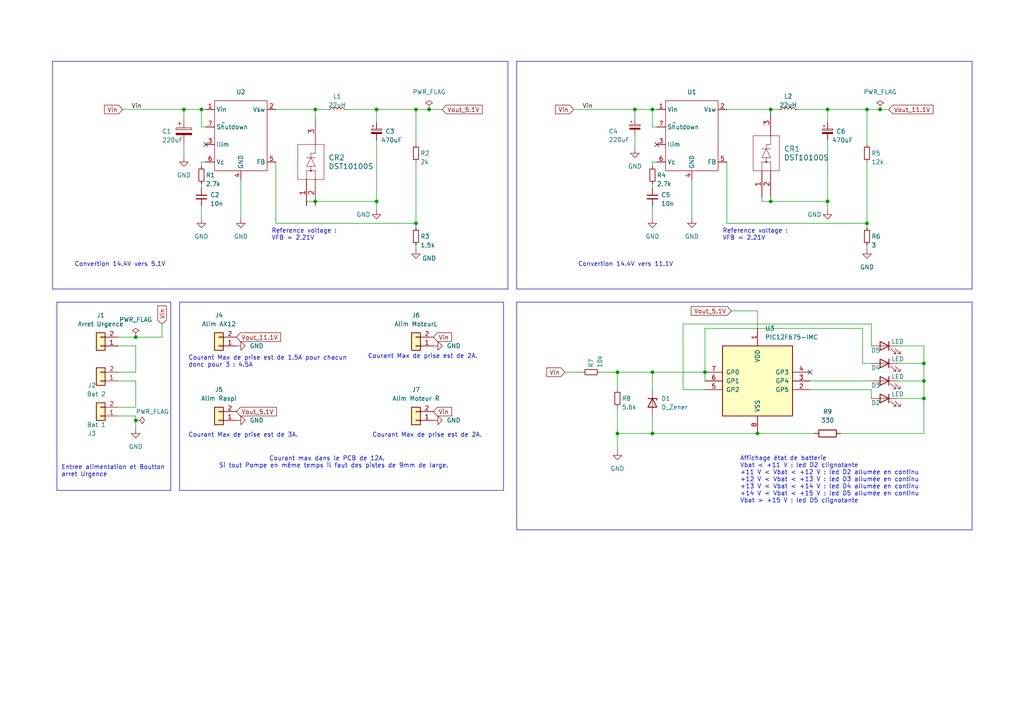
<source format=kicad_sch>
(kicad_sch (version 20230121) (generator eeschema)
  (paper "A4")
  (lib_symbols
    (symbol "Connector_Generic:Conn_01x02" (pin_names (offset 1.016) hide)
      (property "Reference" "J" (at 0 2.54 0))
      (property "Value" "Conn_01x02" (at 0 -5.08 0))
      (symbol "Conn_01x02_1_1"
        (rectangle (start -1.27 -2.413) (end 0 -2.667) (stroke (width 0.1524)))
        (rectangle (start -1.27 0.127) (end 0 -0.127) (stroke (width 0.1524)))
        (rectangle (start -1.27 1.27) (end 1.27 -3.81) (stroke (width 0.254)) (fill (type background)))
        (pin passive line (at -5.08 0 0) (length 3.81) (name "Pin_1") (number "1"))
        (pin passive line (at -5.08 -2.54 0) (length 3.81) (name "Pin_2") (number "2"))
      )
    )
    (symbol "Device:C_Polarized" (pin_numbers hide) (pin_names (offset 0.254))
      (property "Reference" "C" (at 0.635 2.54 0))
      (property "Value" "C_Polarized" (at 0.635 -2.54 0))
      (symbol "C_Polarized_0_1"
        (rectangle (start -2.286 0.508) (end 2.286 1.016))
        (polyline (pts (xy -1.778 2.286) (xy -0.762 2.286)))
        (polyline (pts (xy -1.27 2.794) (xy -1.27 1.778)))
        (rectangle (start 2.286 -0.508) (end -2.286 -1.016) (fill (type outline)))
      )
      (symbol "C_Polarized_1_1"
        (pin passive line (at 0 3.81 270) (length 2.794) (name "~") (number "1"))
        (pin passive line (at 0 -3.81 90) (length 2.794) (name "~") (number "2"))
      )
    )
    (symbol "Device:C_Polarized_Small" (pin_numbers hide) (pin_names (offset 0.254) hide)
      (property "Reference" "C" (at 0.254 1.778 0))
      (property "Value" "C_Polarized_Small" (at 0.254 -2.032 0))
      (symbol "C_Polarized_Small_0_1"
        (rectangle (start -1.524 -0.3048) (end 1.524 -0.6858) (fill (type outline)))
        (rectangle (start -1.524 0.6858) (end 1.524 0.3048))
        (polyline (pts (xy -1.27 1.524) (xy -0.762 1.524)))
        (polyline (pts (xy -1.016 1.27) (xy -1.016 1.778)))
      )
      (symbol "C_Polarized_Small_1_1"
        (pin passive line (at 0 2.54 270) (length 1.8542) (name "~") (number "1"))
        (pin passive line (at 0 -2.54 90) (length 1.8542) (name "~") (number "2"))
      )
    )
    (symbol "Device:C_Small" (pin_numbers hide) (pin_names (offset 0.254) hide)
      (property "Reference" "C" (at 0.254 1.778 0))
      (property "Value" "C_Small" (at 0.254 -2.032 0))
      (symbol "C_Small_0_1"
        (polyline (pts (xy -1.524 -0.508) (xy 1.524 -0.508)) (stroke (width 0.3302)))
        (polyline (pts (xy -1.524 0.508) (xy 1.524 0.508)) (stroke (width 0.3048)))
      )
      (symbol "C_Small_1_1"
        (pin passive line (at 0 2.54 270) (length 2.032) (name "~") (number "1"))
        (pin passive line (at 0 -2.54 90) (length 2.032) (name "~") (number "2"))
      )
    )
    (symbol "Device:D_Zener" (pin_numbers hide) (pin_names (offset 1.016) hide)
      (property "Reference" "D" (at 0 2.54 0))
      (property "Value" "D_Zener" (at 0 -2.54 0))
      (symbol "D_Zener_0_1"
        (polyline (pts (xy 1.27 0) (xy -1.27 0)))
        (polyline (pts (xy -1.27 -1.27) (xy -1.27 1.27) (xy -0.762 1.27)) (stroke (width 0.254)))
        (polyline (pts (xy 1.27 -1.27) (xy 1.27 1.27) (xy -1.27 0) (xy 1.27 -1.27)) (stroke (width 0.254)))
      )
      (symbol "D_Zener_1_1"
        (pin passive line (at -3.81 0 0) (length 2.54) (name "K") (number "1"))
        (pin passive line (at 3.81 0 180) (length 2.54) (name "A") (number "2"))
      )
    )
    (symbol "Device:LED" (pin_numbers hide) (pin_names (offset 1.016) hide)
      (property "Reference" "D" (at 0 2.54 0))
      (property "Value" "LED" (at 0 -2.54 0))
      (symbol "LED_0_1"
        (polyline (pts (xy -1.27 -1.27) (xy -1.27 1.27)) (stroke (width 0.254)))
        (polyline (pts (xy -1.27 0) (xy 1.27 0)))
        (polyline (pts (xy 1.27 -1.27) (xy 1.27 1.27) (xy -1.27 0) (xy 1.27 -1.27)) (stroke (width 0.254)))
        (polyline (pts (xy -3.048 -0.762) (xy -4.572 -2.286) (xy -3.81 -2.286) (xy -4.572 -2.286) (xy -4.572 -1.524)))
        (polyline (pts (xy -1.778 -0.762) (xy -3.302 -2.286) (xy -2.54 -2.286) (xy -3.302 -2.286) (xy -3.302 -1.524)))
      )
      (symbol "LED_1_1"
        (pin passive line (at -3.81 0 0) (length 2.54) (name "K") (number "1"))
        (pin passive line (at 3.81 0 180) (length 2.54) (name "A") (number "2"))
      )
    )
    (symbol "Device:L_Small" (pin_numbers hide) (pin_names (offset 0.254) hide)
      (property "Reference" "L" (at 0.762 1.016 0))
      (property "Value" "L_Small" (at 0.762 -1.016 0))
      (symbol "L_Small_0_1"
        (arc (start 0 -2.032) (mid 0.5058 -1.524) (end 0 -1.016))
        (arc (start 0 -1.016) (mid 0.5058 -0.508) (end 0 0))
        (arc (start 0 0) (mid 0.5058 0.508) (end 0 1.016))
        (arc (start 0 1.016) (mid 0.5058 1.524) (end 0 2.032))
      )
      (symbol "L_Small_1_1"
        (pin passive line (at 0 2.54 270) (length 0.508) (name "~") (number "1"))
        (pin passive line (at 0 -2.54 90) (length 0.508) (name "~") (number "2"))
      )
    )
    (symbol "Device:R" (pin_numbers hide) (pin_names (offset 0))
      (property "Reference" "R" (at 2.032 0 90))
      (property "Value" "R" (at 0 0 90))
      (symbol "R_0_1"
        (rectangle (start -1.016 -2.54) (end 1.016 2.54) (stroke (width 0.254)))
      )
      (symbol "R_1_1"
        (pin passive line (at 0 3.81 270) (length 1.27) (name "~") (number "1"))
        (pin passive line (at 0 -3.81 90) (length 1.27) (name "~") (number "2"))
      )
    )
    (symbol "Device:R_Small" (pin_numbers hide) (pin_names (offset 0.254) hide)
      (property "Reference" "R" (at 0.762 0.508 0))
      (property "Value" "R_Small" (at 0.762 -1.016 0))
      (symbol "R_Small_0_1"
        (rectangle (start -0.762 1.778) (end 0.762 -1.778) (stroke (width 0.2032)))
      )
      (symbol "R_Small_1_1"
        (pin passive line (at 0 2.54 270) (length 0.762) (name "~") (number "1"))
        (pin passive line (at 0 -2.54 90) (length 0.762) (name "~") (number "2"))
      )
    )
    (symbol "LT1076_1"
      (property "Reference" "U" (at -6.35 10.16 0))
      (symbol "LT1076_1_0_1"
        (rectangle (start -7.62 8.89) (end 7.62 -11.43))
      )
      (symbol "LT1076_1_1_1"
        (pin power_in line (at -10.16 6.35 0) (length 2.54) (name "Vin") (number "1"))
        (pin output line (at 10.16 6.35 180) (length 2.54) (name "Vsw") (number "2"))
        (pin input line (at -10.16 -3.81 0) (length 2.54) (name "Ilim") (number "3"))
        (pin power_in line (at 0 -13.97 90) (length 2.54) (name "GND") (number "4"))
        (pin input line (at 10.16 -8.89 180) (length 2.54) (name "FB") (number "5"))
        (pin input line (at -10.16 -8.89 0) (length 2.54) (name "Vc") (number "6"))
        (pin input line (at -10.16 1.27 0) (length 2.54) (name "Shutdown") (number "7"))
      )
    )
    (symbol "MCU_Microchip_PIC12:PIC12F675-IMC" (pin_names (offset 1.016))
      (property "Reference" "U" (at 1.27 13.97 0))
      (property "Value" "PIC12F675-IMC" (at 1.27 11.43 0))
      (symbol "PIC12F675-IMC_0_1"
        (rectangle (start 10.16 -10.16) (end -10.16 10.16) (stroke (width 0.254)) (fill (type background)))
      )
      (symbol "PIC12F675-IMC_1_1"
        (pin power_in line (at 0 15.24 270) (length 5.08) (name "VDD") (number "1"))
        (pin bidirectional line (at 15.24 -2.54 180) (length 5.08) (name "GP5") (number "2"))
        (pin bidirectional line (at 15.24 0 180) (length 5.08) (name "GP4") (number "3"))
        (pin input line (at 15.24 2.54 180) (length 5.08) (name "GP3") (number "4"))
        (pin bidirectional line (at -15.24 -2.54 0) (length 5.08) (name "GP2") (number "5"))
        (pin bidirectional line (at -15.24 0 0) (length 5.08) (name "GP1") (number "6"))
        (pin bidirectional line (at -15.24 2.54 0) (length 5.08) (name "GP0") (number "7"))
        (pin power_in line (at 0 -15.24 90) (length 5.08) (name "VSS") (number "8"))
      )
    )
    (symbol "custom:DST10100S" (pin_names (offset 0.254) hide)
      (property "Reference" "CR" (at 12.7 7.62 0))
      (property "Value" "DST10100S" (at 12.7 5.08 0))
      (symbol "DST10100S_1_1"
        (polyline (pts (xy 7.62 -5.08) (xy 17.78 -5.08)) (stroke (width 0.127)))
        (polyline (pts (xy 7.62 0) (xy 10.16 0)) (stroke (width 0.127)))
        (polyline (pts (xy 7.62 2.54) (xy 7.62 -5.08)) (stroke (width 0.127)))
        (polyline (pts (xy 10.16 -2.54) (xy 7.62 -2.54)) (stroke (width 0.127)))
        (polyline (pts (xy 10.16 -1.27) (xy 11.43 -1.27)) (stroke (width 0.127)))
        (polyline (pts (xy 10.16 0) (xy 10.16 -2.54)) (stroke (width 0.127)))
        (polyline (pts (xy 11.43 -2.54) (xy 13.97 -1.27)) (stroke (width 0.127)))
        (polyline (pts (xy 11.43 0) (xy 11.43 -2.54)) (stroke (width 0.127)))
        (polyline (pts (xy 13.97 -1.27) (xy 11.43 0)) (stroke (width 0.127)))
        (polyline (pts (xy 13.97 -1.27) (xy 15.24 -1.27)) (stroke (width 0.127)))
        (polyline (pts (xy 13.97 0) (xy 13.97 -2.54)) (stroke (width 0.127)))
        (polyline (pts (xy 15.24 -2.54) (xy 17.78 -2.54)) (stroke (width 0.127)))
        (polyline (pts (xy 15.24 -1.27) (xy 15.24 -2.54)) (stroke (width 0.127)))
        (polyline (pts (xy 17.78 -5.08) (xy 17.78 2.54)) (stroke (width 0.127)))
        (polyline (pts (xy 17.78 2.54) (xy 7.62 2.54)) (stroke (width 0.127)))
        (arc (start 10.16 -1.397) (mid 10.16 -1.397) (end 10.16 -1.397) (stroke (width 0.254)))
        (circle (center 10.16 -1.27) (radius 0.127) (stroke (width 0.254)))
        (pin unspecified line (at 0 0 0) (length 7.62) (name "1") (number "1"))
        (pin unspecified line (at 0 -2.54 0) (length 7.62) (name "2") (number "2"))
        (pin unspecified line (at 25.4 -2.54 180) (length 7.62) (name "3") (number "3"))
      )
    )
    (symbol "power:GND" (power) (pin_names (offset 0))
      (property "Value" "GND" (at 0 -3.81 0))
      (symbol "GND_0_1"
        (polyline (pts (xy 0 0) (xy 0 -1.27) (xy 1.27 -1.27) (xy 0 -2.54) (xy -1.27 -1.27) (xy 0 -1.27)))
      )
      (symbol "GND_1_1"
        (pin power_in line (at 0 0 270) (length 0) hide (name "GND") (number "1"))
      )
    )
    (symbol "power:PWR_FLAG" (power) (pin_numbers hide) (pin_names (offset 0) hide)
      (property "Value" "PWR_FLAG" (at 0 3.81 0))
      (symbol "PWR_FLAG_0_0"
        (pin power_out line (at 0 0 90) (length 0) (name "pwr") (number "1"))
      )
      (symbol "PWR_FLAG_0_1"
        (polyline (pts (xy 0 0) (xy 0 1.27) (xy -1.016 1.905) (xy 0 2.54) (xy 1.016 1.905) (xy 0 1.27)))
      )
    )
  )
  (junction (at 240.03 31.75))
  (junction (at 267.97 105.41))
  (junction (at 53.34 31.75))
  (junction (at 223.52 31.75))
  (junction (at 189.23 125.73))
  (junction (at 189.23 31.75))
  (junction (at 240.03 58.42))
  (junction (at 223.52 58.42))
  (junction (at 189.23 107.95))
  (junction (at 204.47 107.95))
  (junction (at 255.27 31.75))
  (junction (at 120.65 31.75))
  (junction (at 267.97 115.57))
  (junction (at 58.42 31.75))
  (junction (at 219.71 125.73))
  (junction (at 109.22 31.75))
  (junction (at 179.07 125.73))
  (junction (at 251.46 31.75))
  (junction (at 109.22 58.42))
  (junction (at 39.37 97.79))
  (junction (at 267.97 110.49))
  (junction (at 91.44 31.75))
  (junction (at 39.37 121.92))
  (junction (at 184.15 31.75))
  (junction (at 91.44 58.42))
  (junction (at 251.46 64.77))
  (junction (at 124.46 31.75))
  (junction (at 179.07 107.95))
  (junction (at 120.65 64.77))
  (no_connect (at 190.5 41.91))
  (no_connect (at 234.95 107.95))
  (no_connect (at 59.69 41.91))
  (wire (pts (xy 250.19 105.41) (xy 252.73 105.41)))
  (wire (pts (xy 120.65 64.77) (xy 120.65 66.04)))
  (wire (pts (xy 251.46 31.75) (xy 251.46 41.91)))
  (wire (pts (xy 91.44 34.29) (xy 91.44 31.75)))
  (polyline (pts (xy 149.86 17.78) (xy 149.86 83.82)))
  (wire (pts (xy 39.37 118.11) (xy 34.29 118.11)))
  (wire (pts (xy 189.23 113.03) (xy 189.23 107.95)))
  (wire (pts (xy 53.34 31.75) (xy 53.34 34.29)))
  (wire (pts (xy 267.97 115.57) (xy 267.97 110.49)))
  (wire (pts (xy 220.98 57.15) (xy 220.98 58.42)))
  (wire (pts (xy 252.73 93.98) (xy 252.73 100.33)))
  (wire (pts (xy 251.46 71.12) (xy 251.46 72.39)))
  (wire (pts (xy 189.23 120.65) (xy 189.23 125.73)))
  (wire (pts (xy 58.42 31.75) (xy 59.69 31.75)))
  (wire (pts (xy 91.44 58.42) (xy 91.44 59.69)))
  (wire (pts (xy 231.14 31.75) (xy 240.03 31.75)))
  (polyline (pts (xy 281.94 83.82) (xy 149.86 83.82)))
  (wire (pts (xy 252.73 113.03) (xy 252.73 115.57)))
  (wire (pts (xy 58.42 53.34) (xy 58.42 54.61)))
  (wire (pts (xy 223.52 31.75) (xy 226.06 31.75)))
  (wire (pts (xy 234.95 110.49) (xy 252.73 110.49)))
  (polyline (pts (xy 15.24 17.78) (xy 15.24 83.82)))
  (wire (pts (xy 189.23 107.95) (xy 179.07 107.95)))
  (wire (pts (xy 223.52 58.42) (xy 223.52 57.15)))
  (wire (pts (xy 34.29 110.49) (xy 39.37 110.49)))
  (wire (pts (xy 109.22 35.56) (xy 109.22 31.75)))
  (wire (pts (xy 189.23 125.73) (xy 219.71 125.73)))
  (wire (pts (xy 223.52 58.42) (xy 240.03 58.42)))
  (wire (pts (xy 220.98 58.42) (xy 223.52 58.42)))
  (wire (pts (xy 189.23 36.83) (xy 190.5 36.83)))
  (wire (pts (xy 39.37 107.95) (xy 34.29 107.95)))
  (wire (pts (xy 88.9 58.42) (xy 91.44 58.42)))
  (wire (pts (xy 58.42 46.99) (xy 59.69 46.99)))
  (wire (pts (xy 58.42 31.75) (xy 58.42 36.83)))
  (wire (pts (xy 240.03 58.42) (xy 240.03 60.96)))
  (wire (pts (xy 240.03 40.64) (xy 240.03 58.42)))
  (wire (pts (xy 120.65 31.75) (xy 120.65 41.91)))
  (wire (pts (xy 184.15 39.37) (xy 184.15 43.18)))
  (wire (pts (xy 189.23 59.69) (xy 189.23 63.5)))
  (wire (pts (xy 198.12 93.98) (xy 252.73 93.98)))
  (polyline (pts (xy 15.24 17.78) (xy 147.32 17.78)))
  (wire (pts (xy 234.95 113.03) (xy 252.73 113.03)))
  (wire (pts (xy 80.01 64.77) (xy 120.65 64.77)))
  (polyline (pts (xy 49.53 142.24) (xy 49.53 87.63)))
  (wire (pts (xy 219.71 125.73) (xy 236.22 125.73)))
  (wire (pts (xy 189.23 48.26) (xy 189.23 46.99)))
  (polyline (pts (xy 147.32 83.82) (xy 15.24 83.82)))
  (wire (pts (xy 267.97 125.73) (xy 267.97 115.57)))
  (wire (pts (xy 179.07 107.95) (xy 179.07 113.03)))
  (wire (pts (xy 39.37 100.33) (xy 39.37 107.95)))
  (wire (pts (xy 212.09 90.17) (xy 219.71 90.17)))
  (wire (pts (xy 53.34 31.75) (xy 58.42 31.75)))
  (wire (pts (xy 53.34 41.91) (xy 53.34 45.72)))
  (wire (pts (xy 251.46 31.75) (xy 255.27 31.75)))
  (wire (pts (xy 109.22 31.75) (xy 120.65 31.75)))
  (polyline (pts (xy 16.51 142.24) (xy 49.53 142.24)))
  (wire (pts (xy 255.27 31.75) (xy 257.81 31.75)))
  (wire (pts (xy 267.97 105.41) (xy 260.35 105.41)))
  (wire (pts (xy 35.56 31.75) (xy 53.34 31.75)))
  (polyline (pts (xy 281.94 87.63) (xy 281.94 153.67)))
  (wire (pts (xy 200.66 52.07) (xy 200.66 63.5)))
  (polyline (pts (xy 149.86 87.63) (xy 281.94 87.63)))
  (wire (pts (xy 184.15 31.75) (xy 184.15 34.29)))
  (wire (pts (xy 251.46 46.99) (xy 251.46 64.77)))
  (wire (pts (xy 189.23 31.75) (xy 190.5 31.75)))
  (wire (pts (xy 240.03 31.75) (xy 251.46 31.75)))
  (wire (pts (xy 240.03 35.56) (xy 240.03 31.75)))
  (wire (pts (xy 204.47 110.49) (xy 204.47 107.95)))
  (wire (pts (xy 109.22 40.64) (xy 109.22 58.42)))
  (wire (pts (xy 198.12 113.03) (xy 198.12 93.98)))
  (wire (pts (xy 251.46 64.77) (xy 251.46 66.04)))
  (wire (pts (xy 69.85 52.07) (xy 69.85 63.5)))
  (wire (pts (xy 34.29 120.65) (xy 39.37 120.65)))
  (polyline (pts (xy 149.86 17.78) (xy 281.94 17.78)))
  (wire (pts (xy 260.35 100.33) (xy 267.97 100.33)))
  (wire (pts (xy 210.82 31.75) (xy 223.52 31.75)))
  (wire (pts (xy 34.29 97.79) (xy 39.37 97.79)))
  (wire (pts (xy 120.65 46.99) (xy 120.65 64.77)))
  (wire (pts (xy 204.47 107.95) (xy 204.47 95.25)))
  (wire (pts (xy 46.99 93.98) (xy 46.99 97.79)))
  (wire (pts (xy 100.33 31.75) (xy 109.22 31.75)))
  (wire (pts (xy 88.9 59.69) (xy 88.9 58.42)))
  (wire (pts (xy 120.65 71.12) (xy 120.65 72.39)))
  (wire (pts (xy 80.01 46.99) (xy 80.01 64.77)))
  (wire (pts (xy 204.47 107.95) (xy 189.23 107.95)))
  (wire (pts (xy 250.19 95.25) (xy 250.19 105.41)))
  (wire (pts (xy 173.99 107.95) (xy 179.07 107.95)))
  (wire (pts (xy 91.44 31.75) (xy 95.25 31.75)))
  (wire (pts (xy 204.47 113.03) (xy 198.12 113.03)))
  (polyline (pts (xy 16.51 87.63) (xy 16.51 142.24)))
  (wire (pts (xy 204.47 95.25) (xy 250.19 95.25)))
  (wire (pts (xy 166.37 31.75) (xy 184.15 31.75)))
  (polyline (pts (xy 16.51 87.63) (xy 49.53 87.63)))
  (wire (pts (xy 219.71 90.17) (xy 219.71 95.25)))
  (polyline (pts (xy 149.86 87.63) (xy 149.86 153.67)))
  (wire (pts (xy 260.35 115.57) (xy 267.97 115.57)))
  (wire (pts (xy 260.35 110.49) (xy 267.97 110.49)))
  (wire (pts (xy 163.83 107.95) (xy 168.91 107.95)))
  (wire (pts (xy 58.42 36.83) (xy 59.69 36.83)))
  (wire (pts (xy 267.97 110.49) (xy 267.97 105.41)))
  (polyline (pts (xy 281.94 17.78) (xy 281.94 83.82)))
  (wire (pts (xy 34.29 100.33) (xy 39.37 100.33)))
  (wire (pts (xy 80.01 31.75) (xy 91.44 31.75)))
  (wire (pts (xy 39.37 121.92) (xy 39.37 124.46)))
  (wire (pts (xy 46.99 97.79) (xy 39.37 97.79)))
  (wire (pts (xy 189.23 46.99) (xy 190.5 46.99)))
  (wire (pts (xy 91.44 58.42) (xy 109.22 58.42)))
  (polyline (pts (xy 281.94 153.67) (xy 149.86 153.67)))
  (wire (pts (xy 58.42 48.26) (xy 58.42 46.99)))
  (wire (pts (xy 179.07 125.73) (xy 179.07 130.81)))
  (wire (pts (xy 184.15 31.75) (xy 189.23 31.75)))
  (polyline (pts (xy 147.32 17.78) (xy 147.32 83.82)))
  (wire (pts (xy 189.23 53.34) (xy 189.23 54.61)))
  (wire (pts (xy 243.84 125.73) (xy 267.97 125.73)))
  (wire (pts (xy 179.07 118.11) (xy 179.07 125.73)))
  (wire (pts (xy 109.22 58.42) (xy 109.22 60.96)))
  (wire (pts (xy 124.46 31.75) (xy 128.27 31.75)))
  (wire (pts (xy 189.23 31.75) (xy 189.23 36.83)))
  (wire (pts (xy 39.37 110.49) (xy 39.37 118.11)))
  (wire (pts (xy 189.23 125.73) (xy 179.07 125.73)))
  (wire (pts (xy 39.37 120.65) (xy 39.37 121.92)))
  (wire (pts (xy 120.65 31.75) (xy 124.46 31.75)))
  (wire (pts (xy 210.82 64.77) (xy 251.46 64.77)))
  (wire (pts (xy 58.42 59.69) (xy 58.42 63.5)))
  (wire (pts (xy 267.97 100.33) (xy 267.97 105.41)))
  (wire (pts (xy 210.82 46.99) (xy 210.82 64.77)))
  (rectangle (start 52.07 87.63) (end 146.05 142.24))
  (text "Courant Max de prise est de 1.5A pour chacun \ndonc pour 3 : 4.5A " (at 54.61 106.68 0) (effects (font (size 1.27 1.27)) (justify left bottom)))
  (text "Courant Max de prise est de 3A. " (at 54.61 127 0) (effects (font (size 1.27 1.27)) (justify left bottom)))
  (text "Courant Max de prise est de 2A. " (at 106.68 104.14 0) (effects (font (size 1.27 1.27)) (justify left bottom)))
  (text "Convertion 14.4V vers 11.1V\n" (at 167.64 77.47 0) (effects (font (size 1.27 1.27)) (justify left bottom)))
  (text "               Courant max dans le PCB de 12A. \nSi tout Pompe en même temps il faut des pistes de 9mm de large. " (at 63.5 135.89 0) (effects (font (size 1.27 1.27)) (justify left bottom)))
  (text "Reference voltage :\nVFB = 2.21V" (at 78.74 69.85 0) (effects (font (size 1.27 1.27)) (justify left bottom)))
  (text "Reference voltage :\nVFB = 2.21V" (at 209.55 69.85 0) (effects (font (size 1.27 1.27)) (justify left bottom)))
  (text "Courant Max de prise est de 2A. " (at 107.95 127 0) (effects (font (size 1.27 1.27)) (justify left bottom)))
  (text "Affichage état de batterie \nVbat < +11 V : led D2 clignotante\n+11 V < Vbat < +12 V : led D2 allumée en continu\n+12 V < Vbat < +13 V : led D3 allumée en continu\n+13 V < Vbat < +14 V : led D4 allumée en continu\n+14 V < Vbat < +15 V : led D5 allumée en continu\nVbat > +15 V : led D5 clignotante\n" (at 214.63 146.05 0) (effects (font (size 1.27 1.27)) (justify left bottom)))
  (text "Entree alimentation et Boutton \narret Urgence\n" (at 17.78 138.43 0) (effects (font (size 1.27 1.27)) (justify left bottom)))
  (text "Convertion 14.4V vers 5.1V\n" (at 21.59 77.47 0) (effects (font (size 1.27 1.27)) (justify left bottom)))
  (label "Vin" (at 168.91 31.75 0))
  (label "Vin" (at 38.1 31.75 0))
  (global_label "Vout_11.1V" (shape input) (at 68.58 97.79 0) (property "Intersheetrefs" "${INTERSHEET_REFS}" (effects hide)))
  (global_label "Vin" (shape input) (at 46.99 93.98 90) (property "Intersheetrefs" "${INTERSHEET_REFS}" (effects hide)))
  (global_label "Vout_5.1V" (shape input) (at 68.58 119.38 0) (property "Intersheetrefs" "${INTERSHEET_REFS}" (effects hide)))
  (global_label "Vout_5.1V" (shape input) (at 128.27 31.75 0) (property "Intersheetrefs" "${INTERSHEET_REFS}" (effects hide)))
  (global_label "Vin" (shape input) (at 125.73 97.79 0) (property "Intersheetrefs" "${INTERSHEET_REFS}" (effects hide)))
  (global_label "Vin" (shape input) (at 125.73 119.38 0) (property "Intersheetrefs" "${INTERSHEET_REFS}" (effects hide)))
  (global_label "Vout_11.1V" (shape input) (at 257.81 31.75 0) (property "Intersheetrefs" "${INTERSHEET_REFS}" (effects hide)))
  (global_label "Vin" (shape input) (at 35.56 31.75 180) (property "Intersheetrefs" "${INTERSHEET_REFS}" (effects hide)))
  (global_label "Vin" (shape input) (at 166.37 31.75 180) (property "Intersheetrefs" "${INTERSHEET_REFS}" (effects hide)))
  (global_label "Vin" (shape input) (at 163.83 107.95 180) (property "Intersheetrefs" "${INTERSHEET_REFS}" (effects hide)))
  (global_label "Vout_5.1V" (shape input) (at 212.09 90.17 180) (property "Intersheetrefs" "${INTERSHEET_REFS}" (effects hide)))
  (symbol (lib_id "Device:LED") (at 256.54 110.49 0) (mirror y) (unit 1)
    (property "Reference" "D3" (at 254 111.76 0))
    (property "Value" "LED" (at 260.35 109.22 0))
  )
  (symbol (lib_id "power:GND") (at 189.23 63.5 0) (unit 1)
    (property "Reference" "#PWR09" (effects hide))
    (property "Value" "GND" (at 189.23 68.58 0))
  )
  (symbol (lib_id "Device:C_Small") (at 58.42 57.15 0) (unit 1)
    (property "Reference" "C2" (at 60.96 56.5213 0) (effects (justify left)))
    (property "Value" "10n" (at 60.96 59.0613 0) (effects (justify left)))
    (property "Footprint" "Capacitor_SMD:C_0603_1608Metric_Pad1.08x0.95mm_HandSolder" (effects hide))
  )
  (symbol (lib_id "Device:R") (at 240.03 125.73 90) (unit 1)
    (property "Reference" "R9" (at 240.03 119.38 90))
    (property "Value" "330" (at 240.03 121.92 90))
  )
  (symbol (lib_id "Connector_Generic:Conn_01x02") (at 29.21 100.33 180) (unit 1)
    (property "Reference" "J1" (at 29.21 91.44 0))
    (property "Value" "Arret Urgence" (at 29.21 93.98 0))
  )
  (symbol (lib_id "Device:R_Small") (at 251.46 68.58 0) (unit 1)
    (property "Reference" "R6" (at 252.73 68.58 0) (effects (justify left)))
    (property "Value" "3" (at 252.73 71.12 0) (effects (justify left)))
    (property "Footprint" "Resistor_SMD:R_0603_1608Metric_Pad0.98x0.95mm_HandSolder" (effects hide))
  )
  (symbol (lib_id "power:PWR_FLAG") (at 39.37 121.92 270) (unit 1)
    (property "Reference" "#FLG04" (effects hide))
    (property "Value" "PWR_FLAG" (at 39.37 119.38 90) (effects (justify left)))
  )
  (symbol (lib_id "Device:R_Small") (at 189.23 50.8 0) (unit 1)
    (property "Reference" "R4" (at 190.5 50.8 0) (effects (justify left)))
    (property "Value" "2.7k" (at 190.5 53.34 0) (effects (justify left)))
    (property "Footprint" "Resistor_SMD:R_0603_1608Metric_Pad0.98x0.95mm_HandSolder" (effects hide))
  )
  (symbol (lib_name "LT1076_1") (lib_id "custom:LT1076") (at 200.66 38.1 0) (unit 1)
    (property "Reference" "U1" (at 200.66 26.67 0))
    (property "Value" "~" (at 195.58 35.56 0))
  )
  (symbol (lib_id "power:GND") (at 69.85 63.5 0) (unit 1)
    (property "Reference" "#PWR04" (effects hide))
    (property "Value" "GND" (at 69.85 68.58 0))
  )
  (symbol (lib_id "power:GND") (at 125.73 100.33 90) (unit 1)
    (property "Reference" "#PWR07" (effects hide))
    (property "Value" "GND" (at 129.54 100.33 90) (effects (justify right)))
  )
  (symbol (lib_id "power:GND") (at 251.46 72.39 0) (unit 1)
    (property "Reference" "#PWR012" (effects hide))
    (property "Value" "GND" (at 251.46 77.47 0))
  )
  (symbol (lib_id "MCU_Microchip_PIC12:PIC12F675-IMC") (at 219.71 110.49 0) (unit 1)
    (property "Reference" "U3" (at 221.9041 95.25 0) (effects (justify left)))
    (property "Value" "PIC12F675-IMC" (at 221.9041 97.79 0) (effects (justify left)))
    (property "Footprint" "Package_DIP:DIP-8_W7.62mm" (effects hide))
    (property "Datasheet" "http://ww1.microchip.com/downloads/en/DeviceDoc/41190G.pdf" (effects hide))
  )
  (symbol (lib_id "power:GND") (at 68.58 100.33 90) (unit 1)
    (property "Reference" "#PWR015" (effects hide))
    (property "Value" "GND" (at 72.39 100.33 90) (effects (justify right)))
  )
  (symbol (lib_id "Device:R_Small") (at 120.65 68.58 0) (unit 1)
    (property "Reference" "R3" (at 121.92 68.58 0) (effects (justify left)))
    (property "Value" "1.5k" (at 121.92 71.12 0) (effects (justify left)))
    (property "Footprint" "Resistor_SMD:R_0603_1608Metric_Pad0.98x0.95mm_HandSolder" (effects hide))
  )
  (symbol (lib_id "power:GND") (at 240.03 60.96 0) (unit 1)
    (property "Reference" "#PWR011" (effects hide))
    (property "Value" "GND" (at 236.22 62.23 0))
  )
  (symbol (lib_id "Device:C_Polarized_Small") (at 109.22 38.1 0) (unit 1)
    (property "Reference" "C3" (at 111.76 38.1 0) (effects (justify left)))
    (property "Value" "470uF" (at 110.49 40.64 0) (effects (justify left)))
    (property "Footprint" "Capacitor_SMD:CP_Elec_10x10.5" (effects hide))
    (property "MFR" "865060457009" (effects hide))
  )
  (symbol (lib_id "Device:R_Small") (at 120.65 44.45 0) (unit 1)
    (property "Reference" "R2" (at 121.92 44.45 0) (effects (justify left)))
    (property "Value" "2k" (at 121.92 46.99 0) (effects (justify left)))
    (property "Footprint" "Resistor_SMD:R_0603_1608Metric_Pad0.98x0.95mm_HandSolder" (effects hide))
  )
  (symbol (lib_id "power:GND") (at 200.66 63.5 0) (unit 1)
    (property "Reference" "#PWR010" (effects hide))
    (property "Value" "GND" (at 200.66 68.58 0))
  )
  (symbol (lib_id "Connector_Generic:Conn_01x02") (at 63.5 100.33 180) (unit 1)
    (property "Reference" "J4" (at 63.5 91.44 0))
    (property "Value" "Alim AX12" (at 63.5 93.98 0))
  )
  (symbol (lib_id "Device:R_Small") (at 251.46 44.45 0) (unit 1)
    (property "Reference" "R5" (at 252.73 44.45 0) (effects (justify left)))
    (property "Value" "12k" (at 252.73 46.99 0) (effects (justify left)))
    (property "Footprint" "Resistor_SMD:R_0603_1608Metric_Pad0.98x0.95mm_HandSolder" (effects hide))
  )
  (symbol (lib_id "Connector_Generic:Conn_01x02") (at 63.5 121.92 180) (unit 1)
    (property "Reference" "J5" (at 63.5 113.03 0))
    (property "Value" "Alim Raspi" (at 63.5 115.57 0))
  )
  (symbol (lib_id "Device:C_Polarized_Small") (at 240.03 38.1 0) (unit 1)
    (property "Reference" "C6" (at 242.57 38.1 0) (effects (justify left)))
    (property "Value" "470uF" (at 241.3 40.64 0) (effects (justify left)))
    (property "Footprint" "Capacitor_SMD:CP_Elec_10x10.5" (effects hide))
    (property "MFR" "865060457009" (effects hide))
  )
  (symbol (lib_id "power:PWR_FLAG") (at 255.27 31.75 0) (unit 1)
    (property "Reference" "#FLG02" (effects hide))
    (property "Value" "PWR_FLAG" (at 255.27 26.67 0))
  )
  (symbol (lib_id "Connector_Generic:Conn_01x02") (at 120.65 100.33 180) (unit 1)
    (property "Reference" "J6" (at 120.65 91.44 0))
    (property "Value" "Alim MoteurL" (at 120.65 93.98 0))
  )
  (symbol (lib_id "Device:R_Small") (at 58.42 50.8 0) (unit 1)
    (property "Reference" "R1" (at 59.69 50.8 0) (effects (justify left)))
    (property "Value" "2.7k" (at 59.69 53.34 0) (effects (justify left)))
    (property "Footprint" "Resistor_SMD:R_0603_1608Metric_Pad0.98x0.95mm_HandSolder" (effects hide))
  )
  (symbol (lib_id "power:GND") (at 125.73 121.92 90) (unit 1)
    (property "Reference" "#PWR01" (effects hide))
    (property "Value" "GND" (at 129.54 121.92 90) (effects (justify right)))
  )
  (symbol (lib_id "Connector_Generic:Conn_01x02") (at 120.65 121.92 180) (unit 1)
    (property "Reference" "J7" (at 120.65 113.03 0))
    (property "Value" "Alim Moteur R" (at 120.65 115.57 0))
  )
  (symbol (lib_id "power:GND") (at 179.07 130.81 0) (unit 1)
    (property "Reference" "#PWR014" (effects hide))
    (property "Value" "GND" (at 179.07 135.89 0))
  )
  (symbol (lib_id "Device:L_Small") (at 97.79 31.75 90) (unit 1)
    (property "Reference" "L1" (at 97.79 27.94 90))
    (property "Value" "22uH" (at 97.79 30.48 90))
    (property "Footprint" "Inductor_SMD:L_Wuerth_WE-PD-Typ-LS_Handsoldering" (effects hide))
    (property "MFR" "7447709220" (effects hide))
  )
  (symbol (lib_id "Device:R_Small") (at 171.45 107.95 90) (unit 1)
    (property "Reference" "R7" (at 171.45 106.68 0) (effects (justify left)))
    (property "Value" "10k" (at 173.99 106.68 0) (effects (justify left)))
    (property "Footprint" "Resistor_SMD:R_0603_1608Metric_Pad0.98x0.95mm_HandSolder" (effects hide))
  )
  (symbol (lib_id "Connector_Generic:Conn_01x02") (at 29.21 110.49 180) (unit 1)
    (property "Reference" "J2" (at 26.67 111.76 0))
    (property "Value" "Bat 2" (at 27.94 114.3 0))
  )
  (symbol (lib_id "power:GND") (at 109.22 60.96 0) (unit 1)
    (property "Reference" "#PWR05" (effects hide))
    (property "Value" "GND" (at 105.41 62.23 0))
  )
  (symbol (lib_name "LT1076_1") (lib_id "custom:LT1076") (at 69.85 38.1 0) (unit 1)
    (property "Reference" "U2" (at 69.85 26.67 0))
    (property "Value" "~" (at 64.77 35.56 0))
  )
  (symbol (lib_id "custom:DST10100S") (at 88.9 59.69 90) (unit 1)
    (property "Reference" "CR2" (at 95.25 45.72 90) (effects (font (size 1.524 1.524)) (justify right)))
    (property "Value" "DST10100S" (at 95.25 48.26 90) (effects (font (size 1.524 1.524)) (justify right)))
    (property "Footprint" "TO277B_LTF" (effects hide))
  )
  (symbol (lib_id "Device:D_Zener") (at 189.23 116.84 270) (unit 1)
    (property "Reference" "D1" (at 191.77 115.57 90) (effects (justify left)))
    (property "Value" "D_Zener" (at 191.77 118.11 90) (effects (justify left)))
  )
  (symbol (lib_id "Connector_Generic:Conn_01x02") (at 29.21 120.65 180) (unit 1)
    (property "Reference" "J3" (at 26.67 125.73 0))
    (property "Value" "Bat 1" (at 27.94 123.19 0))
  )
  (symbol (lib_id "custom:DST10100S") (at 220.98 57.15 90) (unit 1)
    (property "Reference" "CR1" (at 227.33 43.18 90) (effects (font (size 1.524 1.524)) (justify right)))
    (property "Value" "DST10100S" (at 227.33 45.72 90) (effects (font (size 1.524 1.524)) (justify right)))
    (property "Footprint" "TO277B_LTF" (effects hide))
  )
  (symbol (lib_id "Device:LED") (at 256.54 100.33 0) (mirror y) (unit 1)
    (property "Reference" "D5" (at 254 101.6 0))
    (property "Value" "LED" (at 260.35 99.06 0))
  )
  (symbol (lib_id "Device:LED") (at 256.54 105.41 0) (mirror y) (unit 1)
    (property "Reference" "D4" (at 254 106.68 0))
    (property "Value" "LED" (at 260.35 104.14 0))
  )
  (symbol (lib_id "Device:LED") (at 256.54 115.57 0) (mirror y) (unit 1)
    (property "Reference" "D2" (at 254 116.84 0))
    (property "Value" "LED" (at 260.35 114.3 0))
  )
  (symbol (lib_id "Device:C_Small") (at 189.23 57.15 0) (unit 1)
    (property "Reference" "C5" (at 191.77 56.5213 0) (effects (justify left)))
    (property "Value" "10n" (at 191.77 59.0613 0) (effects (justify left)))
    (property "Footprint" "Capacitor_SMD:C_0603_1608Metric_Pad1.08x0.95mm_HandSolder" (effects hide))
  )
  (symbol (lib_id "Device:L_Small") (at 228.6 31.75 90) (unit 1)
    (property "Reference" "L2" (at 228.6 27.94 90))
    (property "Value" "22uH" (at 228.6 30.48 90))
    (property "Footprint" "Inductor_SMD:L_Wuerth_WE-PD-Typ-LS_Handsoldering" (effects hide))
    (property "MFR" "7447709220" (effects hide))
  )
  (symbol (lib_id "power:GND") (at 120.65 72.39 0) (unit 1)
    (property "Reference" "#PWR06" (effects hide))
    (property "Value" "GND" (at 124.46 74.93 0))
  )
  (symbol (lib_id "power:PWR_FLAG") (at 39.37 97.79 0) (unit 1)
    (property "Reference" "#FLG03" (effects hide))
    (property "Value" "PWR_FLAG" (at 39.37 92.71 0))
  )
  (symbol (lib_id "power:GND") (at 39.37 124.46 0) (unit 1)
    (property "Reference" "#PWR013" (effects hide))
    (property "Value" "GND" (at 39.37 129.54 0))
  )
  (symbol (lib_id "power:PWR_FLAG") (at 124.46 31.75 0) (unit 1)
    (property "Reference" "#FLG01" (effects hide))
    (property "Value" "PWR_FLAG" (at 124.46 26.67 0))
  )
  (symbol (lib_id "Device:R_Small") (at 179.07 115.57 0) (unit 1)
    (property "Reference" "R8" (at 180.34 115.57 0) (effects (justify left)))
    (property "Value" "5.6k" (at 180.34 118.11 0) (effects (justify left)))
    (property "Footprint" "Resistor_SMD:R_0603_1608Metric_Pad0.98x0.95mm_HandSolder" (effects hide))
  )
  (symbol (lib_id "power:GND") (at 58.42 63.5 0) (unit 1)
    (property "Reference" "#PWR03" (effects hide))
    (property "Value" "GND" (at 58.42 68.58 0))
  )
  (symbol (lib_id "Device:C_Polarized") (at 53.34 38.1 0) (unit 1)
    (property "Reference" "C1" (at 46.99 38.1 0) (effects (justify left)))
    (property "Value" "220uF" (at 46.99 40.64 0) (effects (justify left)))
  )
  (symbol (lib_id "power:GND") (at 68.58 121.92 90) (unit 1)
    (property "Reference" "#PWR016" (effects hide))
    (property "Value" "GND" (at 72.39 121.92 90) (effects (justify right)))
  )
  (symbol (lib_id "power:GND") (at 53.34 45.72 0) (unit 1)
    (property "Reference" "#PWR02" (effects hide))
    (property "Value" "GND" (at 53.34 50.8 0))
  )
  (symbol (lib_id "Device:C_Polarized_Small") (at 184.15 36.83 0) (unit 1)
    (property "Reference" "C4" (at 176.53 38.1 0) (effects (justify left)))
    (property "Value" "220uF" (at 176.53 40.5511 0) (effects (justify left)))
    (property "Footprint" "Capacitor_SMD:CP_Elec_10x10.5" (effects hide))
    (property "MFR" "865060657012" (effects hide))
    (property "Vmax" "50V" (effects hide))
  )
  (symbol (lib_id "power:GND") (at 184.15 43.18 0) (unit 1)
    (property "Reference" "#PWR08" (effects hide))
    (property "Value" "GND" (at 184.15 48.26 0))
  )
)
</source>
